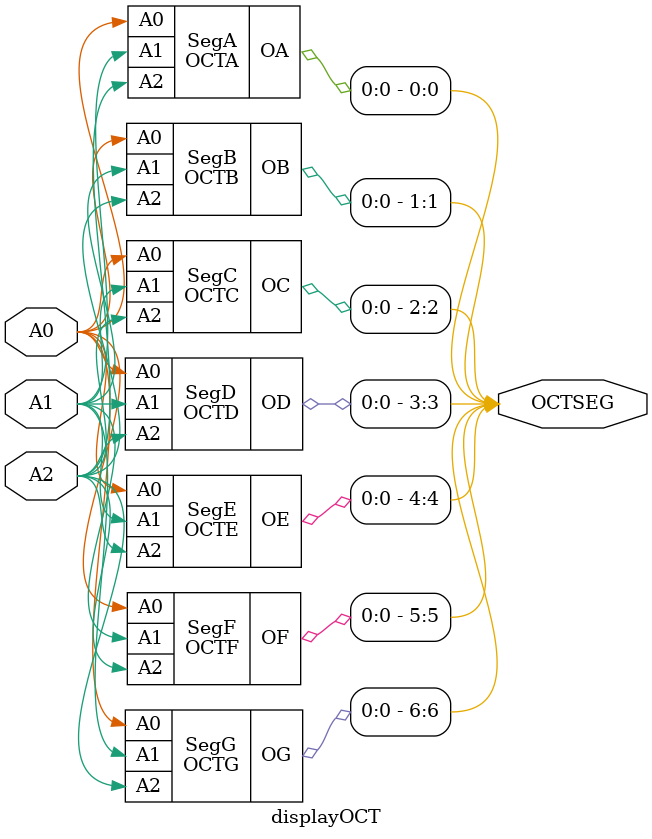
<source format=v>
/* - - - SEGMENTOS DO DISPLAY - - -*/

// --- Segmento A ---
module OCTA(OA, A0, A1, A2);

	input A0, A1, A2;
	output OA;
	
	wire nota0, nota1, nota2;
	wire and0, and1, and2;

	// Inversores
	not NotA0(nota0, A0);
	not NotA1(nota1, A1);
	not NotA2(nota2, A2);

	// OA =  A0'A1'A2 + A0A1'A2'
	and And0(and0, nota0, nota1, A2);
	and And1(and1, A0, nota1, nota2);
	
	or OrFinalA(OA, and0, and1);
	
endmodule


// --- Segmento B ---
module OCTB(OB, A0, A1, A2);
	
	input A0, A1, A2;
	output OB;
	
	wire nota0, nota1, nota2;
	wire and0, and1;

	// Inversores
	not NotA0(nota0, A0);
	not NotA1(nota1, A1);
	not NotA2(nota2, A2);
	
	// OB = A0 A1'A2 + A0 A1 A2'

	and And0(and0, A0, nota1, A2);
	and And1(and1, A0, A1, nota2);

	or OrFinalB(OB, and0, and1);
	
endmodule


// --- Segmento C ---
module OCTC(OC, A0, A1, A2);

	input A0, A1, A2;
	output OC;
	
	wire nota0, nota1, nota2;
	wire and0;

	// Inversores
	not NotA0(nota0, A0);
	not NotA2(nota2, A2);

	// OC = ~A0 & A1 & ~A2
	and And0(and0, nota0, A1);
	and And1(OC, and0, nota2);
	
endmodule


// --- Segmento D ---
module OCTD(OD, A0, A1, A2);
	
	input A0, A1, A2;
	output OD;
	
	wire nota0, nota1, nota2;
	wire and0, and1, and2, and3, and4, and5, or0;

	// Inversores
	not NotA0(nota0, A0);
	not NotA1(nota1, A1);
	not NotA2(nota2, A2);

	// OD = ~A0~A1A2 + A0~A1~A2 + A0A1A2
	and And0(and0, nota0, nota1);
	and And1(and1, and0, A2);
	and And2(and2, A0, nota1);
	and And3(and3, and2, nota2);
	and And4(and4, A0, A1);
	and And5(and5, and4, A2);

	or Or0(or0, and1, and3);
	or OrFinal(OD, or0, and5);
	
endmodule


// --- Segmento E ---
module OCTE(OE, A0, A1, A2);

	input A0, A1, A2;
	output OE;
	
	wire nota0, nota1, nota2;
	wire and0;

	// Inversores
	not NotA0(nota0, A0);
	not NotA1(nota1, A1);
	not NotA2(nota2, A2);

	// OE = A2 + A0~A1
	and And0(and0, A0, nota1);
	or OrFinal(OE, A2, and0);
	
endmodule


// --- Segmento F ---
module OCTF(OF, A0, A1, A2);
	
	input A0, A1, A2;
	output OF;
	
	wire nota0, nota1, nota2;
	wire and0, and1, and2;

	// Inversores
	not NotA0(nota0, A0);
	not NotA1(nota1, A1);
	not NotA2(nota2, A2);
	
	//OF = A0'A2 + A0'A1 + A1A2
	and And0(and0, nota0, A2);
	and And1(and1, nota0, A1);
	and And2(and2, A1, A2);
	
	or OrFinalF(OF, and0, and1, and2);
	
endmodule


// --- Segmento G ---
module OCTG(OG, A0, A1, A2);

	input A0, A1, A2;
	output OG;
	
	wire nota0, nota1, nota2;
	wire and0, and1, and2;

	// Inversores
	not NotA0(nota0, A0);
	not NotA1(nota1, A1);
	not NotA2(nota2, A2);

	// OG = ~A0~A1 + A0A1A2
	and And0(and0, nota0, nota1);
	and And1(and1, A0, A1);
	and And2(and2, and1, A2);
	
	or OrFinal(OG, and0, and2);
	
endmodule


/*- - - DISPLAY OCTAGONAL - - -*/

module displayOCT (OCTSEG, A0, A1, A2);

	input A0, A1, A2;
	output [6:0] OCTSEG;

	OCTA SegA (OCTSEG[0], A0, A1, A2);
	OCTB SegB (OCTSEG[1], A0, A1, A2);
	OCTC SegC (OCTSEG[2], A0, A1, A2);
	OCTD SegD (OCTSEG[3], A0, A1, A2);
	OCTE SegE (OCTSEG[4], A0, A1, A2);
	OCTF SegF (OCTSEG[5], A0, A1, A2);
	OCTG SegG (OCTSEG[6], A0, A1, A2);

endmodule

</source>
